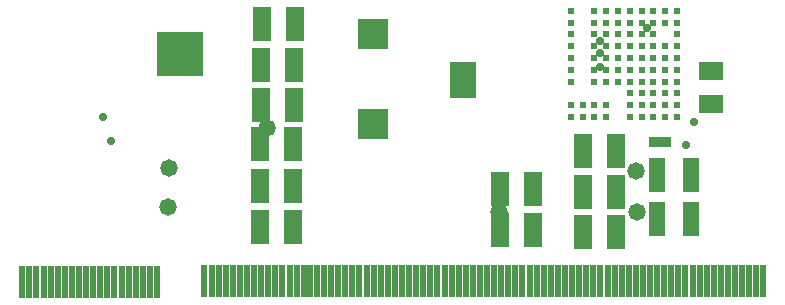
<source format=gbr>
%TF.GenerationSoftware,Altium Limited,CircuitMaker,2.0.2 (2.0.2.40)*%
G04 Layer_Color=8150272*
%FSLAX24Y24*%
%MOIN*%
%TF.SameCoordinates,FDAE7A5D-6217-40FD-BC7F-11D62B7A5D98*%
%TF.FilePolarity,Negative*%
%TF.FileFunction,Soldermask,Bot*%
%TF.Part,Single*%
G01*
G75*
%TA.AperFunction,NonConductor*%
%ADD51R,0.1575X0.1496*%
%TA.AperFunction,SMDPad,CuDef*%
%ADD52R,0.0789X0.0592*%
%TA.AperFunction,ConnectorPad*%
%ADD53R,0.0237X0.1064*%
%TA.AperFunction,SMDPad,CuDef*%
%ADD54R,0.0592X0.1143*%
%ADD55R,0.0552X0.1143*%
%ADD56R,0.0493X0.0356*%
%ADD57R,0.0285X0.0356*%
%TA.AperFunction,BGAPad,SMDef*%
%ADD58R,0.0217X0.0217*%
%ADD59R,0.0217X0.0217*%
%TA.AperFunction,SMDPad,CuDef*%
%ADD60R,0.1025X0.1025*%
%ADD61R,0.0867X0.1222*%
%TA.AperFunction,ViaPad*%
%ADD62C,0.0277*%
%ADD63C,0.0580*%
D51*
X21496Y18228D02*
D03*
D52*
X39203Y17687D02*
D03*
Y16585D02*
D03*
D53*
X23264Y10681D02*
D03*
X23028D02*
D03*
X22792D02*
D03*
X22556D02*
D03*
X22319D02*
D03*
X24445D02*
D03*
X24209D02*
D03*
X23973D02*
D03*
X23737D02*
D03*
X23500D02*
D03*
X25626D02*
D03*
X25390D02*
D03*
X25154D02*
D03*
X24918D02*
D03*
X24681D02*
D03*
X40006D02*
D03*
X40243D02*
D03*
X40479D02*
D03*
X40715D02*
D03*
X40951D02*
D03*
X38825D02*
D03*
X39061D02*
D03*
X39298D02*
D03*
X39534D02*
D03*
X39770D02*
D03*
X37644D02*
D03*
X37880D02*
D03*
X38117D02*
D03*
X38353D02*
D03*
X38589D02*
D03*
X36463D02*
D03*
X36699D02*
D03*
X36935D02*
D03*
X37172D02*
D03*
X37408D02*
D03*
X35282D02*
D03*
X35518D02*
D03*
X35754D02*
D03*
X35991D02*
D03*
X36227D02*
D03*
X34101D02*
D03*
X34337D02*
D03*
X34573D02*
D03*
X34809D02*
D03*
X35046D02*
D03*
X32920D02*
D03*
X33156D02*
D03*
X33392D02*
D03*
X33628D02*
D03*
X33865D02*
D03*
X31739D02*
D03*
X31975D02*
D03*
X32211D02*
D03*
X32447D02*
D03*
X32683D02*
D03*
X30557D02*
D03*
X30794D02*
D03*
X31030D02*
D03*
X31266D02*
D03*
X31502D02*
D03*
X29376D02*
D03*
X29613D02*
D03*
X29849D02*
D03*
X30085D02*
D03*
X30321D02*
D03*
X28195D02*
D03*
X28431D02*
D03*
X28668D02*
D03*
X28904D02*
D03*
X29140D02*
D03*
X27014D02*
D03*
X27250D02*
D03*
X27487D02*
D03*
X27723D02*
D03*
X27959D02*
D03*
X25833D02*
D03*
X26069D02*
D03*
X26306D02*
D03*
X26542D02*
D03*
X26778D02*
D03*
X19790Y10651D02*
D03*
X20026D02*
D03*
X20262D02*
D03*
X20498D02*
D03*
X20735D02*
D03*
X18609D02*
D03*
X18845D02*
D03*
X19081D02*
D03*
X19317D02*
D03*
X19554D02*
D03*
X17428D02*
D03*
X17664D02*
D03*
X17900D02*
D03*
X18136D02*
D03*
X18372D02*
D03*
X17191D02*
D03*
X16955D02*
D03*
X16719D02*
D03*
X16483D02*
D03*
X16246D02*
D03*
D54*
X34921Y15010D02*
D03*
X36024D02*
D03*
X36033Y13652D02*
D03*
X34931D02*
D03*
Y12313D02*
D03*
X36033D02*
D03*
X33287Y13750D02*
D03*
X32185D02*
D03*
X33258Y12362D02*
D03*
X32156D02*
D03*
X24232Y19232D02*
D03*
X25335D02*
D03*
X24203Y17884D02*
D03*
X25305D02*
D03*
X24193Y16545D02*
D03*
X25295D02*
D03*
X24183Y15236D02*
D03*
X25285D02*
D03*
X24173Y13858D02*
D03*
X25276D02*
D03*
X24163Y12480D02*
D03*
X25266D02*
D03*
D55*
X37402Y14213D02*
D03*
X38543D02*
D03*
X38553Y12756D02*
D03*
X37411D02*
D03*
D56*
X37382Y15325D02*
D03*
D57*
X37742D02*
D03*
D58*
X38071Y19685D02*
D03*
D59*
X37677D02*
D03*
X37283D02*
D03*
X36890D02*
D03*
X36496D02*
D03*
X36102D02*
D03*
X35709D02*
D03*
X35315D02*
D03*
X34528D02*
D03*
X38071Y19291D02*
D03*
X37677D02*
D03*
X37283D02*
D03*
X36890D02*
D03*
X36496D02*
D03*
X36102D02*
D03*
X35709D02*
D03*
X35315D02*
D03*
X34528D02*
D03*
X38071Y18898D02*
D03*
X37283D02*
D03*
X36890D02*
D03*
X36496D02*
D03*
X36102D02*
D03*
X35709D02*
D03*
X35315D02*
D03*
X34528D02*
D03*
X38071Y18504D02*
D03*
X37677D02*
D03*
X37283D02*
D03*
X36890D02*
D03*
X36496D02*
D03*
X36102D02*
D03*
X35709D02*
D03*
X35315D02*
D03*
X34528D02*
D03*
X38071Y18110D02*
D03*
X37677D02*
D03*
X37283D02*
D03*
X36890D02*
D03*
X36496D02*
D03*
X36102D02*
D03*
X35709D02*
D03*
X35315D02*
D03*
X34528D02*
D03*
X38071Y17717D02*
D03*
X37677D02*
D03*
X37283D02*
D03*
X36890D02*
D03*
X36496D02*
D03*
X36102D02*
D03*
X35709D02*
D03*
X35315D02*
D03*
X34528D02*
D03*
X38071Y17323D02*
D03*
X37677D02*
D03*
X37283D02*
D03*
X36890D02*
D03*
X36496D02*
D03*
X36102D02*
D03*
X35709D02*
D03*
X35315D02*
D03*
X34528D02*
D03*
X38071Y16929D02*
D03*
X37677D02*
D03*
X37283D02*
D03*
X36890D02*
D03*
X36496D02*
D03*
X38071Y16535D02*
D03*
X37677D02*
D03*
X37283D02*
D03*
X36890D02*
D03*
X36496D02*
D03*
X35709D02*
D03*
X35315D02*
D03*
X34921D02*
D03*
X34528D02*
D03*
X38071Y16142D02*
D03*
X37677D02*
D03*
X37283D02*
D03*
X36890D02*
D03*
X36496D02*
D03*
X35709D02*
D03*
X35315D02*
D03*
X34921D02*
D03*
X34528D02*
D03*
D60*
X27953Y18898D02*
D03*
Y15906D02*
D03*
D61*
X30945Y17362D02*
D03*
D62*
X21063Y18701D02*
D03*
X37087Y19094D02*
D03*
X35512Y18661D02*
D03*
Y18268D02*
D03*
Y17795D02*
D03*
X21850Y17874D02*
D03*
X21063D02*
D03*
X21850Y18661D02*
D03*
X38376Y15197D02*
D03*
X38632Y15984D02*
D03*
X19203Y15354D02*
D03*
X18927Y16142D02*
D03*
D63*
X21142Y14449D02*
D03*
X21102Y13150D02*
D03*
X36732Y12992D02*
D03*
X36693Y14331D02*
D03*
X32126Y12992D02*
D03*
X24409Y15787D02*
D03*
%TF.MD5,2c2c10f128c3d30a62e90721c134a7e9*%
M02*

</source>
